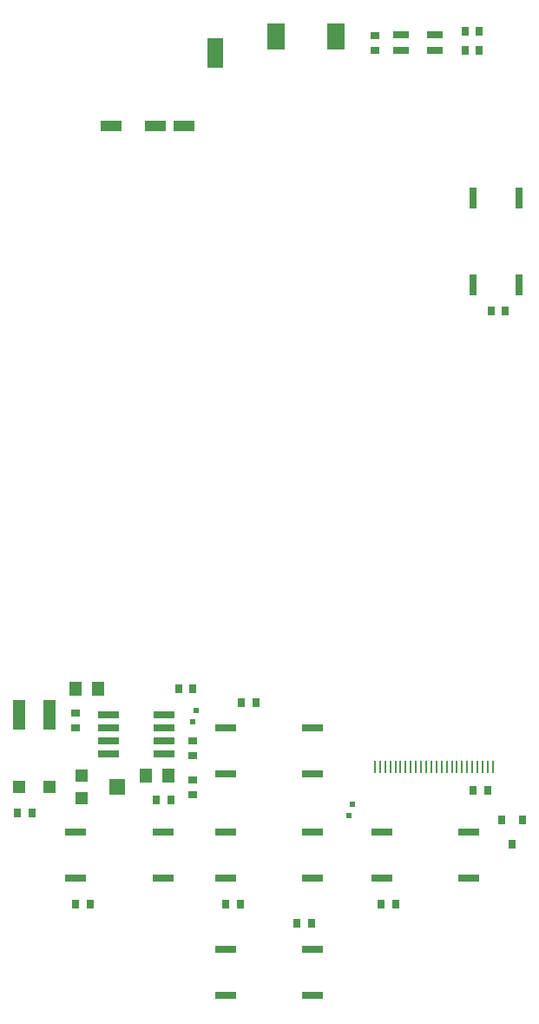
<source format=gbr>
%TF.GenerationSoftware,Altium Limited,Altium Designer,19.0.12 (326)*%
G04 Layer_Color=8421504*
%FSLAX26Y26*%
%MOIN*%
%TF.FileFunction,Paste,Top*%
%TF.Part,Single*%
G01*
G75*
%TA.AperFunction,SMDPad,CuDef*%
%ADD10R,0.059055X0.118110*%
%ADD11R,0.078740X0.039370*%
%ADD12R,0.010000X0.047244*%
%ADD13R,0.078740X0.031496*%
%ADD14R,0.047244X0.118110*%
%ADD15R,0.045000X0.054000*%
%ADD16R,0.031000X0.038000*%
%ADD17R,0.038000X0.031000*%
%ADD18R,0.019685X0.019685*%
%ADD19R,0.078740X0.027559*%
%ADD20R,0.047244X0.047244*%
%ADD21R,0.062992X0.062992*%
%ADD22R,0.047244X0.051181*%
%ADD23R,0.031496X0.037402*%
%ADD24R,0.031496X0.078740*%
%TA.AperFunction,ConnectorPad*%
%ADD25R,0.066929X0.098425*%
%TA.AperFunction,SMDPad,CuDef*%
%ADD26R,0.062992X0.031496*%
D10*
X860000Y3790000D02*
D03*
D11*
X740000Y3510000D02*
D03*
X630000D02*
D03*
X460000D02*
D03*
D12*
X1473780Y1050000D02*
D03*
X1493464D02*
D03*
X1513150D02*
D03*
X1532834D02*
D03*
X1552520D02*
D03*
X1572204D02*
D03*
X1591890D02*
D03*
X1611574D02*
D03*
X1631260D02*
D03*
X1650944D02*
D03*
X1670630D02*
D03*
X1690314D02*
D03*
X1710000D02*
D03*
X1729686D02*
D03*
X1749370D02*
D03*
X1769056D02*
D03*
X1788740D02*
D03*
X1808426D02*
D03*
X1828110D02*
D03*
X1847796D02*
D03*
X1867480D02*
D03*
X1887166D02*
D03*
X1906850D02*
D03*
X1926536D02*
D03*
D13*
X659646Y622834D02*
D03*
Y800000D02*
D03*
X900000Y622834D02*
D03*
Y800000D02*
D03*
Y1022834D02*
D03*
Y1200000D02*
D03*
X1234646Y1022834D02*
D03*
Y800000D02*
D03*
Y622834D02*
D03*
Y350000D02*
D03*
Y172834D02*
D03*
X900000Y350000D02*
D03*
Y172834D02*
D03*
X1500000Y622834D02*
D03*
Y800000D02*
D03*
X1834646Y622834D02*
D03*
Y800000D02*
D03*
X1234646Y1200000D02*
D03*
X325000Y800000D02*
D03*
Y622834D02*
D03*
D14*
X225000Y1250000D02*
D03*
X106890D02*
D03*
D15*
X594000Y1018308D02*
D03*
X679000D02*
D03*
X410000Y1350000D02*
D03*
X325000D02*
D03*
D16*
X381000Y525000D02*
D03*
X325000D02*
D03*
X156000Y875000D02*
D03*
X100000D02*
D03*
X634000Y925000D02*
D03*
X690000D02*
D03*
X900000Y525000D02*
D03*
X956000D02*
D03*
X1175000Y450000D02*
D03*
X1231000D02*
D03*
X1496850Y525000D02*
D03*
X1552850D02*
D03*
X1906000Y960000D02*
D03*
X1850000D02*
D03*
X1016000Y1298032D02*
D03*
X960000D02*
D03*
X775000Y1350000D02*
D03*
X719000D02*
D03*
X1919000Y2800000D02*
D03*
X1975000D02*
D03*
X1875000Y3800000D02*
D03*
X1819000D02*
D03*
Y3875000D02*
D03*
X1875000D02*
D03*
D17*
X775000Y944000D02*
D03*
Y1000000D02*
D03*
Y1094000D02*
D03*
Y1150000D02*
D03*
X325000Y1200000D02*
D03*
Y1256000D02*
D03*
X1475000Y3800000D02*
D03*
Y3856000D02*
D03*
D18*
X786810Y1268308D02*
D03*
X775000Y1225000D02*
D03*
X1375000Y861930D02*
D03*
X1386812Y905238D02*
D03*
D19*
X662300Y1100000D02*
D03*
Y1150000D02*
D03*
Y1200000D02*
D03*
Y1250000D02*
D03*
X449702D02*
D03*
Y1200000D02*
D03*
Y1150000D02*
D03*
Y1100000D02*
D03*
D20*
X347206Y931692D02*
D03*
Y1018308D02*
D03*
D21*
X485000Y975000D02*
D03*
D22*
X225000Y975000D02*
D03*
X106890D02*
D03*
D23*
X1960630Y847244D02*
D03*
X2000000Y752756D02*
D03*
X2039370Y847244D02*
D03*
D24*
X2027166Y2900000D02*
D03*
X1850000D02*
D03*
X2027166Y3234646D02*
D03*
X1850000D02*
D03*
D25*
X1325000Y3852000D02*
D03*
X1092716D02*
D03*
D26*
X1702756Y3800000D02*
D03*
Y3859056D02*
D03*
X1572834D02*
D03*
Y3800000D02*
D03*
%TF.MD5,c776a4f5f30ae99b00f799c67358c65f*%
M02*

</source>
